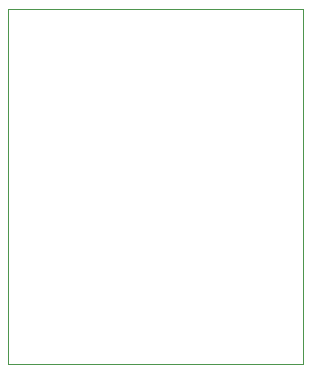
<source format=gbr>
G04 #@! TF.GenerationSoftware,KiCad,Pcbnew,6.0.5+dfsg-1~bpo11+1*
G04 #@! TF.CreationDate,2022-08-16T04:58:47+00:00*
G04 #@! TF.ProjectId,olimex_stm32mp1_jtag,6f6c696d-6578-45f7-9374-6d33326d7031,rev?*
G04 #@! TF.SameCoordinates,Original*
G04 #@! TF.FileFunction,Profile,NP*
%FSLAX46Y46*%
G04 Gerber Fmt 4.6, Leading zero omitted, Abs format (unit mm)*
G04 Created by KiCad (PCBNEW 6.0.5+dfsg-1~bpo11+1) date 2022-08-16 04:58:47*
%MOMM*%
%LPD*%
G01*
G04 APERTURE LIST*
G04 #@! TA.AperFunction,Profile*
%ADD10C,0.100000*%
G04 #@! TD*
G04 APERTURE END LIST*
D10*
X165000000Y-70000000D02*
X165000000Y-100000000D01*
X140000000Y-100000000D02*
X140000000Y-70000000D01*
X165000000Y-100000000D02*
X140000000Y-100000000D01*
X140000000Y-70000000D02*
X165000000Y-70000000D01*
M02*

</source>
